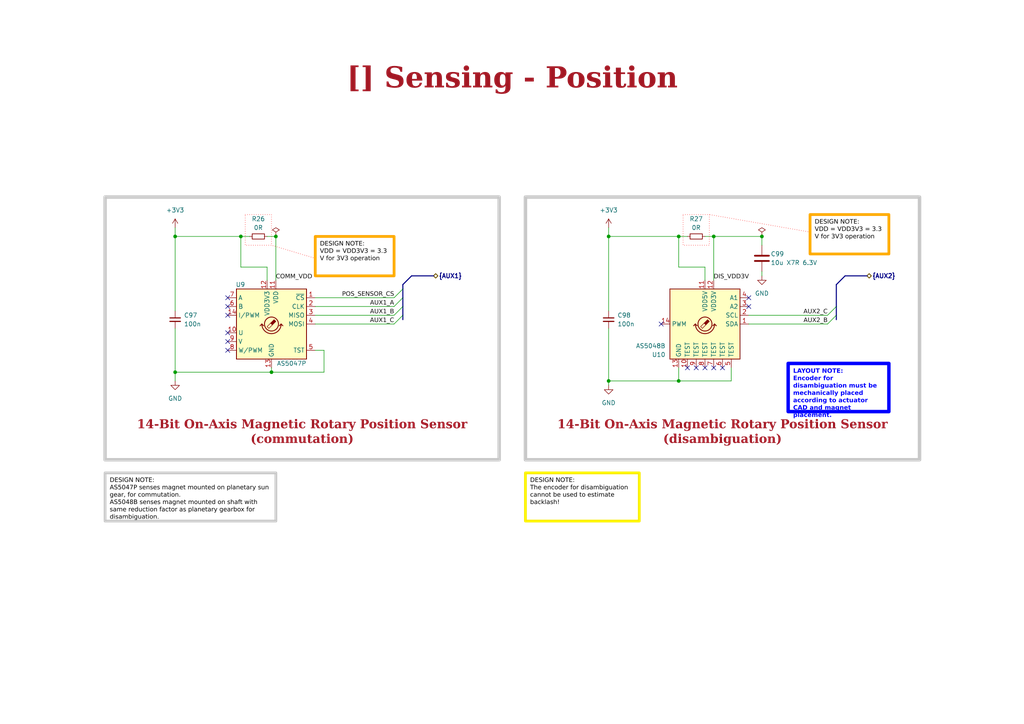
<source format=kicad_sch>
(kicad_sch (version 20230121) (generator eeschema)
  (paper "A4")
  (title_block (title "Sensing - Position") (date "2023-10-14") (rev "${REVISION}") (company "${COMPANY}"))
  (lib_symbols
    (symbol "0_sensor:AS5047P"
      (property "Reference" "U" (at -8.89 11.43 0))
      (property "Value" "AS5047P" (at 5.08 11.43 0))
      (symbol "AS5047P_1_1"
        (rectangle (start -10.16 10.16) (end 10.16 -10.16) (stroke (width 0.254)) (fill (type background)))
        (arc (start -2.794 0) (mid 0 -2.7819) (end 2.794 0) (stroke (width 0.254)))
        (polyline (pts (xy -2.794 0) (xy -3.302 -0.508)) (stroke (width 0.254)))
        (polyline (pts (xy -2.794 0) (xy -2.286 -0.508)) (stroke (width 0.254)))
        (polyline (pts (xy 2.794 0) (xy 2.286 -0.508)) (stroke (width 0.254)))
        (polyline (pts (xy 2.794 0) (xy 3.302 -0.508)) (stroke (width 0.254)))
        (polyline (pts (xy 0.254 0.254) (xy 1.27 -0.762) (xy 0.762 -1.27) (xy -0.254 -0.254)))
        (polyline (pts (xy -0.762 1.27) (xy 0.254 0.254) (xy -0.254 -0.254) (xy -1.27 0.762) (xy -1.016 1.016) (xy -0.762 1.27) (xy -0.635 1.143)) (fill (type outline)))
        (circle (center 0 0) (radius 2.032) (stroke (width 0.254)))
        (pin input line (at -12.7 7.62 0) (length 2.54) (name "~{CS}") (number "1"))
        (pin output line (at 12.7 -2.54 180) (length 2.54) (name "U") (number "10"))
        (pin power_in line (at -1.27 12.7 270) (length 2.54) (name "VDD") (number "11"))
        (pin power_out line (at 1.27 12.7 270) (length 2.54) (name "VDD3V3") (number "12"))
        (pin power_in line (at 0 -12.7 90) (length 2.54) (name "GND") (number "13"))
        (pin output line (at 12.7 2.54 180) (length 2.54) (name "I/PWM") (number "14"))
        (pin input line (at -12.7 5.08 0) (length 2.54) (name "CLK") (number "2"))
        (pin output line (at -12.7 2.54 0) (length 2.54) (name "MISO") (number "3"))
        (pin input line (at -12.7 0 0) (length 2.54) (name "MOSI") (number "4"))
        (pin input line (at -12.7 -7.62 0) (length 2.54) (name "TST") (number "5"))
        (pin output line (at 12.7 5.08 180) (length 2.54) (name "B") (number "6"))
        (pin output line (at 12.7 7.62 180) (length 2.54) (name "A") (number "7"))
        (pin output line (at 12.7 -7.62 180) (length 2.54) (name "W/PWM") (number "8"))
        (pin output line (at 12.7 -5.08 180) (length 2.54) (name "V") (number "9"))
      )
    )
    (symbol "Device:C" (pin_numbers hide) (pin_names (offset 0.254))
      (property "Reference" "C" (at 0.635 2.54 0))
      (property "Value" "C" (at 0.635 -2.54 0))
      (symbol "C_0_1"
        (polyline (pts (xy -2.032 -0.762) (xy 2.032 -0.762)) (stroke (width 0.508)))
        (polyline (pts (xy -2.032 0.762) (xy 2.032 0.762)) (stroke (width 0.508)))
      )
      (symbol "C_1_1"
        (pin passive line (at 0 3.81 270) (length 2.794) (name "~") (number "1"))
        (pin passive line (at 0 -3.81 90) (length 2.794) (name "~") (number "2"))
      )
    )
    (symbol "Device:C_Small" (pin_numbers hide) (pin_names (offset 0.254) hide)
      (property "Reference" "C" (at 0.254 1.778 0))
      (property "Value" "C_Small" (at 0.254 -2.032 0))
      (symbol "C_Small_0_1"
        (polyline (pts (xy -1.524 -0.508) (xy 1.524 -0.508)) (stroke (width 0.3302)))
        (polyline (pts (xy -1.524 0.508) (xy 1.524 0.508)) (stroke (width 0.3048)))
      )
      (symbol "C_Small_1_1"
        (pin passive line (at 0 2.54 270) (length 2.032) (name "~") (number "1"))
        (pin passive line (at 0 -2.54 90) (length 2.032) (name "~") (number "2"))
      )
    )
    (symbol "Device:R_Small" (pin_numbers hide) (pin_names (offset 0.254) hide)
      (property "Reference" "R" (at 0.762 0.508 0))
      (property "Value" "R_Small" (at 0.762 -1.016 0))
      (symbol "R_Small_0_1"
        (rectangle (start -0.762 1.778) (end 0.762 -1.778) (stroke (width 0.2032)))
      )
      (symbol "R_Small_1_1"
        (pin passive line (at 0 2.54 270) (length 0.762) (name "~") (number "1"))
        (pin passive line (at 0 -2.54 90) (length 0.762) (name "~") (number "2"))
      )
    )
    (symbol "Sensor_Magnetic:AS5048B"
      (property "Reference" "U" (at -10.16 11.43 0))
      (property "Value" "AS5048B" (at 10.16 11.43 0))
      (symbol "AS5048B_0_1"
        (rectangle (start -10.16 10.16) (end 10.16 -10.16) (stroke (width 0.254)) (fill (type background)))
        (arc (start -2.794 0) (mid 0 -2.7819) (end 2.794 0) (stroke (width 0.254)))
        (polyline (pts (xy -2.794 0) (xy -3.302 -0.508)) (stroke (width 0.254)))
        (polyline (pts (xy -2.794 0) (xy -2.286 -0.508)) (stroke (width 0.254)))
        (polyline (pts (xy 2.794 0) (xy 2.286 -0.508)) (stroke (width 0.254)))
        (polyline (pts (xy 2.794 0) (xy 3.302 -0.508)) (stroke (width 0.254)))
      )
      (symbol "AS5048B_1_1"
        (polyline (pts (xy 0.254 0.254) (xy 1.27 -0.762) (xy 0.762 -1.27) (xy -0.254 -0.254)))
        (polyline (pts (xy -0.762 1.27) (xy 0.254 0.254) (xy -0.254 -0.254) (xy -1.27 0.762) (xy -1.016 1.016) (xy -0.762 1.27) (xy -0.635 1.143)) (fill (type outline)))
        (circle (center 0 0) (radius 2.032) (stroke (width 0.254)))
        (pin bidirectional line (at -12.7 0 0) (length 2.54) (name "SDA") (number "1"))
        (pin passive line (at 5.08 -12.7 90) (length 2.54) (name "TEST") (number "10"))
        (pin power_in line (at 0 12.7 270) (length 2.54) (name "VDD5V") (number "11"))
        (pin power_in line (at -2.54 12.7 270) (length 2.54) (name "VDD3V") (number "12"))
        (pin power_in line (at 7.62 -12.7 90) (length 2.54) (name "GND") (number "13"))
        (pin output line (at 12.7 0 180) (length 2.54) (name "PWM") (number "14"))
        (pin input line (at -12.7 2.54 0) (length 2.54) (name "SCL") (number "2"))
        (pin input line (at -12.7 5.08 0) (length 2.54) (name "A2") (number "3"))
        (pin input line (at -12.7 7.62 0) (length 2.54) (name "A1") (number "4"))
        (pin passive line (at -7.62 -12.7 90) (length 2.54) (name "TEST") (number "5"))
        (pin passive line (at -5.08 -12.7 90) (length 2.54) (name "TEST") (number "6"))
        (pin passive line (at -2.54 -12.7 90) (length 2.54) (name "TEST") (number "7"))
        (pin passive line (at 0 -12.7 90) (length 2.54) (name "TEST") (number "8"))
        (pin passive line (at 2.54 -12.7 90) (length 2.54) (name "TEST") (number "9"))
      )
    )
    (symbol "power:+3V3" (power) (pin_names (offset 0))
      (property "Value" "+3V3" (at 0 3.556 0))
      (symbol "+3V3_0_1"
        (polyline (pts (xy -0.762 1.27) (xy 0 2.54)))
        (polyline (pts (xy 0 0) (xy 0 2.54)))
        (polyline (pts (xy 0 2.54) (xy 0.762 1.27)))
      )
      (symbol "+3V3_1_1"
        (pin power_in line (at 0 0 90) (length 0) hide (name "+3V3") (number "1"))
      )
    )
    (symbol "power:GND" (power) (pin_names (offset 0))
      (property "Value" "GND" (at 0 -3.81 0))
      (symbol "GND_0_1"
        (polyline (pts (xy 0 0) (xy 0 -1.27) (xy 1.27 -1.27) (xy 0 -2.54) (xy -1.27 -1.27) (xy 0 -1.27)))
      )
      (symbol "GND_1_1"
        (pin power_in line (at 0 0 270) (length 0) hide (name "GND") (number "1"))
      )
    )
    (symbol "power:PWR_FLAG" (power) (pin_numbers hide) (pin_names (offset 0) hide)
      (property "Value" "PWR_FLAG" (at 0 3.81 0))
      (symbol "PWR_FLAG_0_0"
        (pin power_out line (at 0 0 90) (length 0) (name "pwr") (number "1"))
      )
      (symbol "PWR_FLAG_0_1"
        (polyline (pts (xy 0 0) (xy 0 1.27) (xy -1.016 1.905) (xy 0 2.54) (xy 1.016 1.905) (xy 0 1.27)))
      )
    )
  )
  (junction (at 207.01 68.58))
  (junction (at 176.53 110.49))
  (junction (at 176.53 68.58))
  (junction (at 69.85 68.58))
  (junction (at 196.85 110.49))
  (junction (at 50.8 107.95))
  (junction (at 220.98 68.58))
  (junction (at 196.85 68.58))
  (junction (at 80.01 68.58))
  (junction (at 50.8 68.58))
  (junction (at 78.74 107.95))
  (no_connect (at 66.04 101.6))
  (no_connect (at 66.04 86.36))
  (no_connect (at 199.39 106.68))
  (no_connect (at 204.47 106.68))
  (no_connect (at 201.93 106.68))
  (no_connect (at 66.04 96.52))
  (no_connect (at 209.55 106.68))
  (no_connect (at 217.17 86.36))
  (no_connect (at 191.77 93.98))
  (no_connect (at 207.01 106.68))
  (no_connect (at 66.04 99.06))
  (no_connect (at 217.17 88.9))
  (no_connect (at 66.04 88.9))
  (no_connect (at 66.04 91.44))
  (bus_entry (at 114.3 91.44) (size 2.54 -2.54))
  (bus_entry (at 114.3 86.36) (size 2.54 -2.54))
  (bus_entry (at 240.03 91.44) (size 2.54 -2.54))
  (bus_entry (at 240.03 93.98) (size 2.54 -2.54))
  (bus_entry (at 114.3 93.98) (size 2.54 -2.54))
  (bus_entry (at 114.3 88.9) (size 2.54 -2.54))
  (wire (pts (xy 196.85 77.47) (xy 204.47 77.47)))
  (wire (pts (xy 69.85 68.58) (xy 72.39 68.58)))
  (wire (pts (xy 91.44 86.36) (xy 114.3 86.36)))
  (wire (pts (xy 220.98 68.58) (xy 207.01 68.58)))
  (wire (pts (xy 220.98 80.01) (xy 220.98 78.74)))
  (bus (pts (xy 116.84 83.82) (xy 116.84 86.36)))
  (wire (pts (xy 204.47 68.58) (xy 207.01 68.58)))
  (wire (pts (xy 196.85 110.49) (xy 212.09 110.49)))
  (wire (pts (xy 207.01 68.58) (xy 207.01 81.28)))
  (bus (pts (xy 245.11 80.01) (xy 242.57 82.55)))
  (bus (pts (xy 119.38 80.01) (xy 125.73 80.01)))
  (wire (pts (xy 196.85 68.58) (xy 199.39 68.58)))
  (wire (pts (xy 91.44 88.9) (xy 114.3 88.9)))
  (wire (pts (xy 50.8 107.95) (xy 50.8 95.25)))
  (bus (pts (xy 119.38 80.01) (xy 116.84 82.55)))
  (wire (pts (xy 93.98 107.95) (xy 93.98 101.6)))
  (wire (pts (xy 176.53 95.25) (xy 176.53 110.49)))
  (wire (pts (xy 91.44 91.44) (xy 114.3 91.44)))
  (bus (pts (xy 116.84 82.55) (xy 116.84 83.82)))
  (wire (pts (xy 212.09 110.49) (xy 212.09 106.68)))
  (wire (pts (xy 176.53 110.49) (xy 176.53 111.76)))
  (bus (pts (xy 245.11 80.01) (xy 251.46 80.01)))
  (wire (pts (xy 69.85 77.47) (xy 77.47 77.47)))
  (bus (pts (xy 242.57 82.55) (xy 242.57 88.9)))
  (bus (pts (xy 116.84 86.36) (xy 116.84 88.9)))
  (wire (pts (xy 217.17 93.98) (xy 240.03 93.98)))
  (wire (pts (xy 217.17 91.44) (xy 240.03 91.44)))
  (wire (pts (xy 77.47 68.58) (xy 80.01 68.58)))
  (wire (pts (xy 50.8 68.58) (xy 50.8 90.17)))
  (bus (pts (xy 116.84 88.9) (xy 116.84 91.44)))
  (polyline (pts (xy 234.95 67.31) (xy 205.74 62.23)) (stroke (width 0) (type dot) (color 255 0 0 1)))
  (wire (pts (xy 50.8 107.95) (xy 50.8 110.49)))
  (wire (pts (xy 176.53 110.49) (xy 196.85 110.49)))
  (wire (pts (xy 69.85 68.58) (xy 69.85 77.47)))
  (wire (pts (xy 196.85 110.49) (xy 196.85 106.68)))
  (wire (pts (xy 50.8 66.04) (xy 50.8 68.58)))
  (wire (pts (xy 176.53 66.04) (xy 176.53 68.58)))
  (bus (pts (xy 116.84 91.44) (xy 116.84 92.71)))
  (bus (pts (xy 242.57 91.44) (xy 242.57 92.71)))
  (wire (pts (xy 78.74 107.95) (xy 78.74 106.68)))
  (bus (pts (xy 242.57 88.9) (xy 242.57 91.44)))
  (wire (pts (xy 50.8 107.95) (xy 78.74 107.95)))
  (wire (pts (xy 91.44 93.98) (xy 114.3 93.98)))
  (wire (pts (xy 50.8 68.58) (xy 69.85 68.58)))
  (wire (pts (xy 77.47 77.47) (xy 77.47 81.28)))
  (wire (pts (xy 176.53 68.58) (xy 196.85 68.58)))
  (wire (pts (xy 220.98 71.12) (xy 220.98 68.58)))
  (wire (pts (xy 176.53 68.58) (xy 176.53 90.17)))
  (wire (pts (xy 196.85 68.58) (xy 196.85 77.47)))
  (wire (pts (xy 204.47 77.47) (xy 204.47 81.28)))
  (wire (pts (xy 78.74 107.95) (xy 93.98 107.95)))
  (polyline (pts (xy 91.44 74.93) (xy 78.74 71.12)) (stroke (width 0) (type dot) (color 255 0 0 1)))
  (wire (pts (xy 80.01 68.58) (xy 80.01 81.28)))
  (wire (pts (xy 93.98 101.6) (xy 91.44 101.6)))
  (rectangle (start 152.4 57.15) (end 266.7 133.35) (stroke (width 1) (color 200 200 200 1)))
  (rectangle (start 30.48 57.15) (end 144.78 133.35) (stroke (width 1) (color 200 200 200 1)))
  (rectangle (start 71.12 62.23) (end 78.74 71.12) (stroke (width 0) (type dot) (color 255 0 0 1)))
  (rectangle (start 198.12 62.23) (end 205.74 71.12) (stroke (width 0) (type dot) (color 255 0 0 1)))
  (text_box "DESIGN NOTE:\nVDD = VDD3V3 = 3.3 V for 3V3 operation" (at 234.95 62.23 0) (size 22.86 11.43) (stroke (width 0.8) (color 255 165 0 1)) (effects (font (size 1.27 1.27)) (justify left top)))
  (text_box "DESIGN NOTE:\nThe encoder for disambiguation cannot be used to estimate backlash!" (at 152.4 137.16 0) (size 33.02 13.97) (stroke (width 0.8) (color 250 236 0 1)) (effects (font (size 1.27 1.27)) (justify left top)))
  (text_box "14-Bit On-Axis Magnetic Rotary Position Sensor (disambiguation)" (at 153.67 121.92 0) (size 111.76 8.89) (stroke (width -0.0001)) (effects (font (size 2.54 2.54) (thickness 0.508) bold) (justify bottom)))
  (text_box "[${#}] ${TITLE}" (at 80.01 16.51 0) (size 137.16 12.7) (stroke (width -0.0001)) (effects (font (size 6 6) (thickness 1.2) bold)))
  (text_box "DESIGN NOTE:\nVDD = VDD3V3 = 3.3 V for 3V3 operation" (at 91.44 68.58 0) (size 22.86 11.43) (stroke (width 0.8) (color 255 165 0 1)) (effects (font (size 1.27 1.27)) (justify left top)))
  (text_box "DESIGN NOTE:\nAS5047P senses magnet mounted on planetary sun gear, for commutation.\nAS5048B senses magnet mounted on shaft with same reduction factor as planetary gearbox for disambiguation." (at 30.48 137.16 0) (size 49.53 13.97) (stroke (width 0.8) (color 200 200 200 1)) (effects (font (size 1.27 1.27)) (justify left top)))
  (text_box "14-Bit On-Axis Magnetic Rotary Position Sensor (commutation)" (at 31.75 120.65 0) (size 111.76 10.16) (stroke (width -0.0001)) (effects (font (size 2.54 2.54) (thickness 0.508) bold) (justify bottom)))
  (text_box "LAYOUT NOTE:\nEncoder for disambiguation must be mechanically placed according to actuator CAD and magnet placement. " (at 228.6 105.41 0) (size 29.21 13.97) (stroke (width 1) (color 0 0 255 1)) (effects (font (size 1.27 1.27) (thickness 0.4) bold) (justify left top)))
  (label "AUX2_C" (at 240.03 91.44 180))
  (label "AUX1_C" (at 114.3 93.98 180))
  (label "AUX2_B" (at 240.03 93.98 180))
  (label "AUX1_A" (at 114.3 88.9 180))
  (label "POS_SENSOR_CS" (at 114.3 86.36 180))
  (label "COMM_VDD" (at 80.01 81.28 0))
  (label "AUX1_B" (at 114.3 91.44 180))
  (label "DIS_VDD3V" (at 207.01 81.28 0))
  (hierarchical_label "{AUX1}" (shape bidirectional) (at 125.73 80.01 0) (effects (font bold)))
  (hierarchical_label "{AUX2}" (shape bidirectional) (at 251.46 80.01 0) (effects (font bold)))
  (symbol (lib_id "Device:C_Small") (at 50.8 92.71 0) (unit 1)
    (property "Reference" "C97" (at 53.34 91.4463 0) (effects (justify left)))
    (property "Value" "100n" (at 53.34 93.9863 0) (effects (justify left)))
    (property "Footprint" "0_capacitor_smd:C_0402_1005_DensityHigh" (effects hide))
  )
  (symbol (lib_id "Device:R_Small") (at 74.93 68.58 90) (unit 1)
    (property "Reference" "R26" (at 74.93 63.5 90))
    (property "Value" "0R" (at 74.93 66.04 90))
    (property "Footprint" "0_resistor_smd:R_0402_1005_DensityHigh" (effects hide))
  )
  (symbol (lib_id "Device:C") (at 220.98 74.93 0) (unit 1)
    (property "Reference" "C99" (at 223.52 73.66 0) (effects (justify left)))
    (property "Value" "10u X7R 6.3V" (at 223.52 76.2 0) (effects (justify left)))
    (property "Footprint" "0_capacitor_smd:C_0805_2012_DensityHighest" (effects hide))
  )
  (symbol (lib_id "power:+3V3") (at 50.8 66.04 0) (unit 1)
    (property "Reference" "#PWR045" (effects hide))
    (property "Value" "+3V3" (at 50.8 60.96 0))
  )
  (symbol (lib_id "power:PWR_FLAG") (at 220.98 68.58 0) (unit 1)
    (property "Reference" "#FLG06" (effects hide))
    (property "Value" "PWR_FLAG" (effects hide))
  )
  (symbol (lib_id "power:GND") (at 50.8 110.49 0) (unit 1)
    (property "Reference" "#PWR046" (effects hide))
    (property "Value" "GND" (at 50.8 115.57 0))
  )
  (symbol (lib_id "0_sensor:AS5047P") (at 78.74 93.98 0) (mirror y) (unit 1)
    (property "Reference" "U9" (at 71.12 82.55 0) (effects (justify left)))
    (property "Value" "AS5047P" (at 88.9 105.41 0) (effects (justify left)))
    (property "Footprint" "0_package_SO:SOP-14_4.4x5mm_P0.65mm_H1.2mm" (effects hide))
    (property "Datasheet" "https://ams.com/documents/20143/36005/AS5047P_DS000324_3-00.pdf" (effects hide))
  )
  (symbol (lib_id "power:GND") (at 176.53 111.76 0) (unit 1)
    (property "Reference" "#PWR048" (effects hide))
    (property "Value" "GND" (at 176.53 116.84 0))
  )
  (symbol (lib_id "Sensor_Magnetic:AS5048B") (at 204.47 93.98 0) (mirror y) (unit 1)
    (property "Reference" "U10" (at 193.04 102.87 0) (effects (justify left)))
    (property "Value" "AS5048B" (at 193.04 100.33 0) (effects (justify left)))
    (property "Footprint" "0_package_SO:SOP-14_4.4x5mm_P0.65mm_H1.2mm" (effects hide))
    (property "Datasheet" "https://ams.com/documents/20143/36005/AS5048_DS000298_4-00.pdf" (effects hide))
  )
  (symbol (lib_id "Device:R_Small") (at 201.93 68.58 90) (unit 1)
    (property "Reference" "R27" (at 201.93 63.5 90))
    (property "Value" "0R" (at 201.93 66.04 90))
    (property "Footprint" "0_resistor_smd:R_0402_1005_DensityHigh" (effects hide))
  )
  (symbol (lib_id "power:+3V3") (at 176.53 66.04 0) (unit 1)
    (property "Reference" "#PWR047" (effects hide))
    (property "Value" "+3V3" (at 176.53 60.96 0))
  )
  (symbol (lib_id "power:GND") (at 220.98 80.01 0) (unit 1)
    (property "Reference" "#PWR049" (effects hide))
    (property "Value" "GND" (at 220.98 85.09 0))
  )
  (symbol (lib_id "power:PWR_FLAG") (at 80.01 68.58 0) (unit 1)
    (property "Reference" "#FLG05" (effects hide))
    (property "Value" "PWR_FLAG" (effects hide))
  )
  (symbol (lib_id "Device:C_Small") (at 176.53 92.71 0) (unit 1)
    (property "Reference" "C98" (at 179.07 91.4463 0) (effects (justify left)))
    (property "Value" "100n" (at 179.07 93.9863 0) (effects (justify left)))
    (property "Footprint" "0_capacitor_smd:C_0402_1005_DensityHigh" (effects hide))
  )
)
</source>
